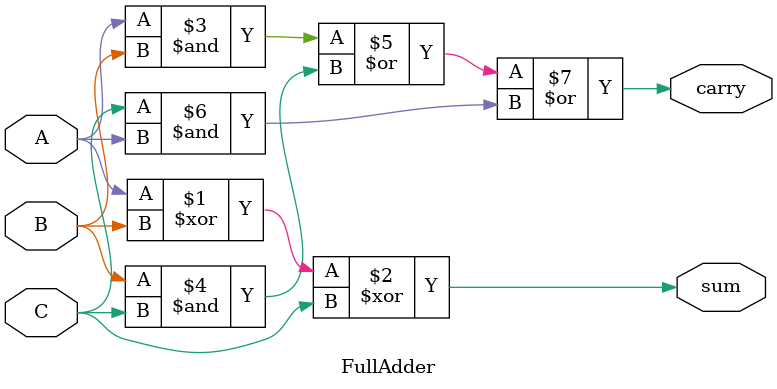
<source format=v>
module FullAdder(A,B,C,sum, carry);
	input A,B,C;
	output sum,carry;
	
	assign sum = A^B^C;
	assign carry = (A&B) | (B&C) | (C&A);
	
endmodule
	

</source>
